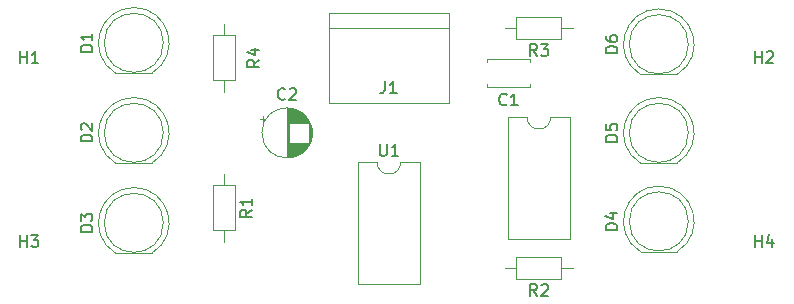
<source format=gbr>
%TF.GenerationSoftware,KiCad,Pcbnew,7.0.9*%
%TF.CreationDate,2024-01-14T11:36:33-03:00*%
%TF.ProjectId,policeLed,706f6c69-6365-44c6-9564-2e6b69636164,rev?*%
%TF.SameCoordinates,Original*%
%TF.FileFunction,Legend,Top*%
%TF.FilePolarity,Positive*%
%FSLAX46Y46*%
G04 Gerber Fmt 4.6, Leading zero omitted, Abs format (unit mm)*
G04 Created by KiCad (PCBNEW 7.0.9) date 2024-01-14 11:36:34*
%MOMM*%
%LPD*%
G01*
G04 APERTURE LIST*
%ADD10C,0.150000*%
%ADD11C,0.120000*%
G04 APERTURE END LIST*
D10*
X113548095Y-111434819D02*
X113548095Y-112244342D01*
X113548095Y-112244342D02*
X113595714Y-112339580D01*
X113595714Y-112339580D02*
X113643333Y-112387200D01*
X113643333Y-112387200D02*
X113738571Y-112434819D01*
X113738571Y-112434819D02*
X113929047Y-112434819D01*
X113929047Y-112434819D02*
X114024285Y-112387200D01*
X114024285Y-112387200D02*
X114071904Y-112339580D01*
X114071904Y-112339580D02*
X114119523Y-112244342D01*
X114119523Y-112244342D02*
X114119523Y-111434819D01*
X115119523Y-112434819D02*
X114548095Y-112434819D01*
X114833809Y-112434819D02*
X114833809Y-111434819D01*
X114833809Y-111434819D02*
X114738571Y-111577676D01*
X114738571Y-111577676D02*
X114643333Y-111672914D01*
X114643333Y-111672914D02*
X114548095Y-111720533D01*
X103324819Y-104306666D02*
X102848628Y-104639999D01*
X103324819Y-104878094D02*
X102324819Y-104878094D01*
X102324819Y-104878094D02*
X102324819Y-104497142D01*
X102324819Y-104497142D02*
X102372438Y-104401904D01*
X102372438Y-104401904D02*
X102420057Y-104354285D01*
X102420057Y-104354285D02*
X102515295Y-104306666D01*
X102515295Y-104306666D02*
X102658152Y-104306666D01*
X102658152Y-104306666D02*
X102753390Y-104354285D01*
X102753390Y-104354285D02*
X102801009Y-104401904D01*
X102801009Y-104401904D02*
X102848628Y-104497142D01*
X102848628Y-104497142D02*
X102848628Y-104878094D01*
X102658152Y-103449523D02*
X103324819Y-103449523D01*
X102277200Y-103687618D02*
X102991485Y-103925713D01*
X102991485Y-103925713D02*
X102991485Y-103306666D01*
X126833333Y-103974819D02*
X126500000Y-103498628D01*
X126261905Y-103974819D02*
X126261905Y-102974819D01*
X126261905Y-102974819D02*
X126642857Y-102974819D01*
X126642857Y-102974819D02*
X126738095Y-103022438D01*
X126738095Y-103022438D02*
X126785714Y-103070057D01*
X126785714Y-103070057D02*
X126833333Y-103165295D01*
X126833333Y-103165295D02*
X126833333Y-103308152D01*
X126833333Y-103308152D02*
X126785714Y-103403390D01*
X126785714Y-103403390D02*
X126738095Y-103451009D01*
X126738095Y-103451009D02*
X126642857Y-103498628D01*
X126642857Y-103498628D02*
X126261905Y-103498628D01*
X127166667Y-102974819D02*
X127785714Y-102974819D01*
X127785714Y-102974819D02*
X127452381Y-103355771D01*
X127452381Y-103355771D02*
X127595238Y-103355771D01*
X127595238Y-103355771D02*
X127690476Y-103403390D01*
X127690476Y-103403390D02*
X127738095Y-103451009D01*
X127738095Y-103451009D02*
X127785714Y-103546247D01*
X127785714Y-103546247D02*
X127785714Y-103784342D01*
X127785714Y-103784342D02*
X127738095Y-103879580D01*
X127738095Y-103879580D02*
X127690476Y-103927200D01*
X127690476Y-103927200D02*
X127595238Y-103974819D01*
X127595238Y-103974819D02*
X127309524Y-103974819D01*
X127309524Y-103974819D02*
X127214286Y-103927200D01*
X127214286Y-103927200D02*
X127166667Y-103879580D01*
X126833333Y-124294819D02*
X126500000Y-123818628D01*
X126261905Y-124294819D02*
X126261905Y-123294819D01*
X126261905Y-123294819D02*
X126642857Y-123294819D01*
X126642857Y-123294819D02*
X126738095Y-123342438D01*
X126738095Y-123342438D02*
X126785714Y-123390057D01*
X126785714Y-123390057D02*
X126833333Y-123485295D01*
X126833333Y-123485295D02*
X126833333Y-123628152D01*
X126833333Y-123628152D02*
X126785714Y-123723390D01*
X126785714Y-123723390D02*
X126738095Y-123771009D01*
X126738095Y-123771009D02*
X126642857Y-123818628D01*
X126642857Y-123818628D02*
X126261905Y-123818628D01*
X127214286Y-123390057D02*
X127261905Y-123342438D01*
X127261905Y-123342438D02*
X127357143Y-123294819D01*
X127357143Y-123294819D02*
X127595238Y-123294819D01*
X127595238Y-123294819D02*
X127690476Y-123342438D01*
X127690476Y-123342438D02*
X127738095Y-123390057D01*
X127738095Y-123390057D02*
X127785714Y-123485295D01*
X127785714Y-123485295D02*
X127785714Y-123580533D01*
X127785714Y-123580533D02*
X127738095Y-123723390D01*
X127738095Y-123723390D02*
X127166667Y-124294819D01*
X127166667Y-124294819D02*
X127785714Y-124294819D01*
X102704819Y-117006666D02*
X102228628Y-117339999D01*
X102704819Y-117578094D02*
X101704819Y-117578094D01*
X101704819Y-117578094D02*
X101704819Y-117197142D01*
X101704819Y-117197142D02*
X101752438Y-117101904D01*
X101752438Y-117101904D02*
X101800057Y-117054285D01*
X101800057Y-117054285D02*
X101895295Y-117006666D01*
X101895295Y-117006666D02*
X102038152Y-117006666D01*
X102038152Y-117006666D02*
X102133390Y-117054285D01*
X102133390Y-117054285D02*
X102181009Y-117101904D01*
X102181009Y-117101904D02*
X102228628Y-117197142D01*
X102228628Y-117197142D02*
X102228628Y-117578094D01*
X102704819Y-116054285D02*
X102704819Y-116625713D01*
X102704819Y-116339999D02*
X101704819Y-116339999D01*
X101704819Y-116339999D02*
X101847676Y-116435237D01*
X101847676Y-116435237D02*
X101942914Y-116530475D01*
X101942914Y-116530475D02*
X101990533Y-116625713D01*
X113966666Y-106134819D02*
X113966666Y-106849104D01*
X113966666Y-106849104D02*
X113919047Y-106991961D01*
X113919047Y-106991961D02*
X113823809Y-107087200D01*
X113823809Y-107087200D02*
X113680952Y-107134819D01*
X113680952Y-107134819D02*
X113585714Y-107134819D01*
X114966666Y-107134819D02*
X114395238Y-107134819D01*
X114680952Y-107134819D02*
X114680952Y-106134819D01*
X114680952Y-106134819D02*
X114585714Y-106277676D01*
X114585714Y-106277676D02*
X114490476Y-106372914D01*
X114490476Y-106372914D02*
X114395238Y-106420533D01*
X145288095Y-120144819D02*
X145288095Y-119144819D01*
X145288095Y-119621009D02*
X145859523Y-119621009D01*
X145859523Y-120144819D02*
X145859523Y-119144819D01*
X146764285Y-119478152D02*
X146764285Y-120144819D01*
X146526190Y-119097200D02*
X146288095Y-119811485D01*
X146288095Y-119811485D02*
X146907142Y-119811485D01*
X83058095Y-120144819D02*
X83058095Y-119144819D01*
X83058095Y-119621009D02*
X83629523Y-119621009D01*
X83629523Y-120144819D02*
X83629523Y-119144819D01*
X84010476Y-119144819D02*
X84629523Y-119144819D01*
X84629523Y-119144819D02*
X84296190Y-119525771D01*
X84296190Y-119525771D02*
X84439047Y-119525771D01*
X84439047Y-119525771D02*
X84534285Y-119573390D01*
X84534285Y-119573390D02*
X84581904Y-119621009D01*
X84581904Y-119621009D02*
X84629523Y-119716247D01*
X84629523Y-119716247D02*
X84629523Y-119954342D01*
X84629523Y-119954342D02*
X84581904Y-120049580D01*
X84581904Y-120049580D02*
X84534285Y-120097200D01*
X84534285Y-120097200D02*
X84439047Y-120144819D01*
X84439047Y-120144819D02*
X84153333Y-120144819D01*
X84153333Y-120144819D02*
X84058095Y-120097200D01*
X84058095Y-120097200D02*
X84010476Y-120049580D01*
X145288095Y-104594819D02*
X145288095Y-103594819D01*
X145288095Y-104071009D02*
X145859523Y-104071009D01*
X145859523Y-104594819D02*
X145859523Y-103594819D01*
X146288095Y-103690057D02*
X146335714Y-103642438D01*
X146335714Y-103642438D02*
X146430952Y-103594819D01*
X146430952Y-103594819D02*
X146669047Y-103594819D01*
X146669047Y-103594819D02*
X146764285Y-103642438D01*
X146764285Y-103642438D02*
X146811904Y-103690057D01*
X146811904Y-103690057D02*
X146859523Y-103785295D01*
X146859523Y-103785295D02*
X146859523Y-103880533D01*
X146859523Y-103880533D02*
X146811904Y-104023390D01*
X146811904Y-104023390D02*
X146240476Y-104594819D01*
X146240476Y-104594819D02*
X146859523Y-104594819D01*
X83058095Y-104594819D02*
X83058095Y-103594819D01*
X83058095Y-104071009D02*
X83629523Y-104071009D01*
X83629523Y-104594819D02*
X83629523Y-103594819D01*
X84629523Y-104594819D02*
X84058095Y-104594819D01*
X84343809Y-104594819D02*
X84343809Y-103594819D01*
X84343809Y-103594819D02*
X84248571Y-103737676D01*
X84248571Y-103737676D02*
X84153333Y-103832914D01*
X84153333Y-103832914D02*
X84058095Y-103880533D01*
X133654819Y-103728094D02*
X132654819Y-103728094D01*
X132654819Y-103728094D02*
X132654819Y-103489999D01*
X132654819Y-103489999D02*
X132702438Y-103347142D01*
X132702438Y-103347142D02*
X132797676Y-103251904D01*
X132797676Y-103251904D02*
X132892914Y-103204285D01*
X132892914Y-103204285D02*
X133083390Y-103156666D01*
X133083390Y-103156666D02*
X133226247Y-103156666D01*
X133226247Y-103156666D02*
X133416723Y-103204285D01*
X133416723Y-103204285D02*
X133511961Y-103251904D01*
X133511961Y-103251904D02*
X133607200Y-103347142D01*
X133607200Y-103347142D02*
X133654819Y-103489999D01*
X133654819Y-103489999D02*
X133654819Y-103728094D01*
X132654819Y-102299523D02*
X132654819Y-102489999D01*
X132654819Y-102489999D02*
X132702438Y-102585237D01*
X132702438Y-102585237D02*
X132750057Y-102632856D01*
X132750057Y-102632856D02*
X132892914Y-102728094D01*
X132892914Y-102728094D02*
X133083390Y-102775713D01*
X133083390Y-102775713D02*
X133464342Y-102775713D01*
X133464342Y-102775713D02*
X133559580Y-102728094D01*
X133559580Y-102728094D02*
X133607200Y-102680475D01*
X133607200Y-102680475D02*
X133654819Y-102585237D01*
X133654819Y-102585237D02*
X133654819Y-102394761D01*
X133654819Y-102394761D02*
X133607200Y-102299523D01*
X133607200Y-102299523D02*
X133559580Y-102251904D01*
X133559580Y-102251904D02*
X133464342Y-102204285D01*
X133464342Y-102204285D02*
X133226247Y-102204285D01*
X133226247Y-102204285D02*
X133131009Y-102251904D01*
X133131009Y-102251904D02*
X133083390Y-102299523D01*
X133083390Y-102299523D02*
X133035771Y-102394761D01*
X133035771Y-102394761D02*
X133035771Y-102585237D01*
X133035771Y-102585237D02*
X133083390Y-102680475D01*
X133083390Y-102680475D02*
X133131009Y-102728094D01*
X133131009Y-102728094D02*
X133226247Y-102775713D01*
X133654819Y-111228094D02*
X132654819Y-111228094D01*
X132654819Y-111228094D02*
X132654819Y-110989999D01*
X132654819Y-110989999D02*
X132702438Y-110847142D01*
X132702438Y-110847142D02*
X132797676Y-110751904D01*
X132797676Y-110751904D02*
X132892914Y-110704285D01*
X132892914Y-110704285D02*
X133083390Y-110656666D01*
X133083390Y-110656666D02*
X133226247Y-110656666D01*
X133226247Y-110656666D02*
X133416723Y-110704285D01*
X133416723Y-110704285D02*
X133511961Y-110751904D01*
X133511961Y-110751904D02*
X133607200Y-110847142D01*
X133607200Y-110847142D02*
X133654819Y-110989999D01*
X133654819Y-110989999D02*
X133654819Y-111228094D01*
X132654819Y-109751904D02*
X132654819Y-110228094D01*
X132654819Y-110228094D02*
X133131009Y-110275713D01*
X133131009Y-110275713D02*
X133083390Y-110228094D01*
X133083390Y-110228094D02*
X133035771Y-110132856D01*
X133035771Y-110132856D02*
X133035771Y-109894761D01*
X133035771Y-109894761D02*
X133083390Y-109799523D01*
X133083390Y-109799523D02*
X133131009Y-109751904D01*
X133131009Y-109751904D02*
X133226247Y-109704285D01*
X133226247Y-109704285D02*
X133464342Y-109704285D01*
X133464342Y-109704285D02*
X133559580Y-109751904D01*
X133559580Y-109751904D02*
X133607200Y-109799523D01*
X133607200Y-109799523D02*
X133654819Y-109894761D01*
X133654819Y-109894761D02*
X133654819Y-110132856D01*
X133654819Y-110132856D02*
X133607200Y-110228094D01*
X133607200Y-110228094D02*
X133559580Y-110275713D01*
X133654819Y-118728094D02*
X132654819Y-118728094D01*
X132654819Y-118728094D02*
X132654819Y-118489999D01*
X132654819Y-118489999D02*
X132702438Y-118347142D01*
X132702438Y-118347142D02*
X132797676Y-118251904D01*
X132797676Y-118251904D02*
X132892914Y-118204285D01*
X132892914Y-118204285D02*
X133083390Y-118156666D01*
X133083390Y-118156666D02*
X133226247Y-118156666D01*
X133226247Y-118156666D02*
X133416723Y-118204285D01*
X133416723Y-118204285D02*
X133511961Y-118251904D01*
X133511961Y-118251904D02*
X133607200Y-118347142D01*
X133607200Y-118347142D02*
X133654819Y-118489999D01*
X133654819Y-118489999D02*
X133654819Y-118728094D01*
X132988152Y-117299523D02*
X133654819Y-117299523D01*
X132607200Y-117537618D02*
X133321485Y-117775713D01*
X133321485Y-117775713D02*
X133321485Y-117156666D01*
X89204819Y-118848094D02*
X88204819Y-118848094D01*
X88204819Y-118848094D02*
X88204819Y-118609999D01*
X88204819Y-118609999D02*
X88252438Y-118467142D01*
X88252438Y-118467142D02*
X88347676Y-118371904D01*
X88347676Y-118371904D02*
X88442914Y-118324285D01*
X88442914Y-118324285D02*
X88633390Y-118276666D01*
X88633390Y-118276666D02*
X88776247Y-118276666D01*
X88776247Y-118276666D02*
X88966723Y-118324285D01*
X88966723Y-118324285D02*
X89061961Y-118371904D01*
X89061961Y-118371904D02*
X89157200Y-118467142D01*
X89157200Y-118467142D02*
X89204819Y-118609999D01*
X89204819Y-118609999D02*
X89204819Y-118848094D01*
X88204819Y-117943332D02*
X88204819Y-117324285D01*
X88204819Y-117324285D02*
X88585771Y-117657618D01*
X88585771Y-117657618D02*
X88585771Y-117514761D01*
X88585771Y-117514761D02*
X88633390Y-117419523D01*
X88633390Y-117419523D02*
X88681009Y-117371904D01*
X88681009Y-117371904D02*
X88776247Y-117324285D01*
X88776247Y-117324285D02*
X89014342Y-117324285D01*
X89014342Y-117324285D02*
X89109580Y-117371904D01*
X89109580Y-117371904D02*
X89157200Y-117419523D01*
X89157200Y-117419523D02*
X89204819Y-117514761D01*
X89204819Y-117514761D02*
X89204819Y-117800475D01*
X89204819Y-117800475D02*
X89157200Y-117895713D01*
X89157200Y-117895713D02*
X89109580Y-117943332D01*
X89204819Y-111208094D02*
X88204819Y-111208094D01*
X88204819Y-111208094D02*
X88204819Y-110969999D01*
X88204819Y-110969999D02*
X88252438Y-110827142D01*
X88252438Y-110827142D02*
X88347676Y-110731904D01*
X88347676Y-110731904D02*
X88442914Y-110684285D01*
X88442914Y-110684285D02*
X88633390Y-110636666D01*
X88633390Y-110636666D02*
X88776247Y-110636666D01*
X88776247Y-110636666D02*
X88966723Y-110684285D01*
X88966723Y-110684285D02*
X89061961Y-110731904D01*
X89061961Y-110731904D02*
X89157200Y-110827142D01*
X89157200Y-110827142D02*
X89204819Y-110969999D01*
X89204819Y-110969999D02*
X89204819Y-111208094D01*
X88300057Y-110255713D02*
X88252438Y-110208094D01*
X88252438Y-110208094D02*
X88204819Y-110112856D01*
X88204819Y-110112856D02*
X88204819Y-109874761D01*
X88204819Y-109874761D02*
X88252438Y-109779523D01*
X88252438Y-109779523D02*
X88300057Y-109731904D01*
X88300057Y-109731904D02*
X88395295Y-109684285D01*
X88395295Y-109684285D02*
X88490533Y-109684285D01*
X88490533Y-109684285D02*
X88633390Y-109731904D01*
X88633390Y-109731904D02*
X89204819Y-110303332D01*
X89204819Y-110303332D02*
X89204819Y-109684285D01*
X89204819Y-103608094D02*
X88204819Y-103608094D01*
X88204819Y-103608094D02*
X88204819Y-103369999D01*
X88204819Y-103369999D02*
X88252438Y-103227142D01*
X88252438Y-103227142D02*
X88347676Y-103131904D01*
X88347676Y-103131904D02*
X88442914Y-103084285D01*
X88442914Y-103084285D02*
X88633390Y-103036666D01*
X88633390Y-103036666D02*
X88776247Y-103036666D01*
X88776247Y-103036666D02*
X88966723Y-103084285D01*
X88966723Y-103084285D02*
X89061961Y-103131904D01*
X89061961Y-103131904D02*
X89157200Y-103227142D01*
X89157200Y-103227142D02*
X89204819Y-103369999D01*
X89204819Y-103369999D02*
X89204819Y-103608094D01*
X89204819Y-102084285D02*
X89204819Y-102655713D01*
X89204819Y-102369999D02*
X88204819Y-102369999D01*
X88204819Y-102369999D02*
X88347676Y-102465237D01*
X88347676Y-102465237D02*
X88442914Y-102560475D01*
X88442914Y-102560475D02*
X88490533Y-102655713D01*
X105513333Y-107599580D02*
X105465714Y-107647200D01*
X105465714Y-107647200D02*
X105322857Y-107694819D01*
X105322857Y-107694819D02*
X105227619Y-107694819D01*
X105227619Y-107694819D02*
X105084762Y-107647200D01*
X105084762Y-107647200D02*
X104989524Y-107551961D01*
X104989524Y-107551961D02*
X104941905Y-107456723D01*
X104941905Y-107456723D02*
X104894286Y-107266247D01*
X104894286Y-107266247D02*
X104894286Y-107123390D01*
X104894286Y-107123390D02*
X104941905Y-106932914D01*
X104941905Y-106932914D02*
X104989524Y-106837676D01*
X104989524Y-106837676D02*
X105084762Y-106742438D01*
X105084762Y-106742438D02*
X105227619Y-106694819D01*
X105227619Y-106694819D02*
X105322857Y-106694819D01*
X105322857Y-106694819D02*
X105465714Y-106742438D01*
X105465714Y-106742438D02*
X105513333Y-106790057D01*
X105894286Y-106790057D02*
X105941905Y-106742438D01*
X105941905Y-106742438D02*
X106037143Y-106694819D01*
X106037143Y-106694819D02*
X106275238Y-106694819D01*
X106275238Y-106694819D02*
X106370476Y-106742438D01*
X106370476Y-106742438D02*
X106418095Y-106790057D01*
X106418095Y-106790057D02*
X106465714Y-106885295D01*
X106465714Y-106885295D02*
X106465714Y-106980533D01*
X106465714Y-106980533D02*
X106418095Y-107123390D01*
X106418095Y-107123390D02*
X105846667Y-107694819D01*
X105846667Y-107694819D02*
X106465714Y-107694819D01*
X124273333Y-108069580D02*
X124225714Y-108117200D01*
X124225714Y-108117200D02*
X124082857Y-108164819D01*
X124082857Y-108164819D02*
X123987619Y-108164819D01*
X123987619Y-108164819D02*
X123844762Y-108117200D01*
X123844762Y-108117200D02*
X123749524Y-108021961D01*
X123749524Y-108021961D02*
X123701905Y-107926723D01*
X123701905Y-107926723D02*
X123654286Y-107736247D01*
X123654286Y-107736247D02*
X123654286Y-107593390D01*
X123654286Y-107593390D02*
X123701905Y-107402914D01*
X123701905Y-107402914D02*
X123749524Y-107307676D01*
X123749524Y-107307676D02*
X123844762Y-107212438D01*
X123844762Y-107212438D02*
X123987619Y-107164819D01*
X123987619Y-107164819D02*
X124082857Y-107164819D01*
X124082857Y-107164819D02*
X124225714Y-107212438D01*
X124225714Y-107212438D02*
X124273333Y-107260057D01*
X125225714Y-108164819D02*
X124654286Y-108164819D01*
X124940000Y-108164819D02*
X124940000Y-107164819D01*
X124940000Y-107164819D02*
X124844762Y-107307676D01*
X124844762Y-107307676D02*
X124749524Y-107402914D01*
X124749524Y-107402914D02*
X124654286Y-107450533D01*
D11*
%TO.C,U2*%
X129660000Y-109170000D02*
X128010000Y-109170000D01*
X124360000Y-109170000D02*
X124360000Y-119450000D01*
X129660000Y-119450000D02*
X129660000Y-109170000D01*
X126010000Y-109170000D02*
X124360000Y-109170000D01*
X124360000Y-119450000D02*
X129660000Y-119450000D01*
X126010000Y-109170000D02*
G75*
G03*
X128010000Y-109170000I1000000J0D01*
G01*
%TO.C,U1*%
X116960000Y-112980000D02*
X115310000Y-112980000D01*
X111660000Y-112980000D02*
X111660000Y-123260000D01*
X116960000Y-123260000D02*
X116960000Y-112980000D01*
X113310000Y-112980000D02*
X111660000Y-112980000D01*
X111660000Y-123260000D02*
X116960000Y-123260000D01*
X113310000Y-112980000D02*
G75*
G03*
X115310000Y-112980000I1000000J0D01*
G01*
%TO.C,R4*%
X100330000Y-107010000D02*
X100330000Y-106060000D01*
X99410000Y-106060000D02*
X101250000Y-106060000D01*
X100330000Y-101270000D02*
X100330000Y-102220000D01*
X101250000Y-106060000D02*
X101250000Y-102220000D01*
X99410000Y-102220000D02*
X99410000Y-106060000D01*
X101250000Y-102220000D02*
X99410000Y-102220000D01*
%TO.C,R3*%
X129870000Y-101600000D02*
X128920000Y-101600000D01*
X128920000Y-102520000D02*
X128920000Y-100680000D01*
X124130000Y-101600000D02*
X125080000Y-101600000D01*
X128920000Y-100680000D02*
X125080000Y-100680000D01*
X125080000Y-102520000D02*
X128920000Y-102520000D01*
X125080000Y-100680000D02*
X125080000Y-102520000D01*
%TO.C,R2*%
X129870000Y-121920000D02*
X128920000Y-121920000D01*
X128920000Y-122840000D02*
X128920000Y-121000000D01*
X124130000Y-121920000D02*
X125080000Y-121920000D01*
X128920000Y-121000000D02*
X125080000Y-121000000D01*
X125080000Y-122840000D02*
X128920000Y-122840000D01*
X125080000Y-121000000D02*
X125080000Y-122840000D01*
%TO.C,R1*%
X100330000Y-113970000D02*
X100330000Y-114920000D01*
X101250000Y-114920000D02*
X99410000Y-114920000D01*
X100330000Y-119710000D02*
X100330000Y-118760000D01*
X99410000Y-114920000D02*
X99410000Y-118760000D01*
X101250000Y-118760000D02*
X101250000Y-114920000D01*
X99410000Y-118760000D02*
X101250000Y-118760000D01*
%TO.C,J1*%
X119380000Y-107950000D02*
X119380000Y-100330000D01*
X109220000Y-100330000D02*
X109220000Y-107950000D01*
X109220000Y-101600000D02*
X119380000Y-101600000D01*
X119380000Y-100330000D02*
X109220000Y-100330000D01*
X109220000Y-107950000D02*
X119380000Y-107950000D01*
%TO.C,D6*%
X135615000Y-105550000D02*
X138705000Y-105550000D01*
X138704830Y-105550000D02*
G75*
G03*
X137159538Y-100000000I-1544830J2560000D01*
G01*
X137160462Y-100000001D02*
G75*
G03*
X135615170Y-105549999I-462J-2989999D01*
G01*
X139660000Y-102990000D02*
G75*
G03*
X139660000Y-102990000I-2500000J0D01*
G01*
%TO.C,D5*%
X135615000Y-113050000D02*
X138705000Y-113050000D01*
X138704830Y-113050000D02*
G75*
G03*
X137159538Y-107500000I-1544830J2560000D01*
G01*
X137160462Y-107500001D02*
G75*
G03*
X135615170Y-113049999I-462J-2989999D01*
G01*
X139660000Y-110490000D02*
G75*
G03*
X139660000Y-110490000I-2500000J0D01*
G01*
%TO.C,D4*%
X135615000Y-120550000D02*
X138705000Y-120550000D01*
X138704830Y-120550000D02*
G75*
G03*
X137159538Y-115000000I-1544830J2560000D01*
G01*
X137160462Y-115000001D02*
G75*
G03*
X135615170Y-120549999I-462J-2989999D01*
G01*
X139660000Y-117990000D02*
G75*
G03*
X139660000Y-117990000I-2500000J0D01*
G01*
%TO.C,D3*%
X91165000Y-120670000D02*
X94255000Y-120670000D01*
X94254830Y-120670000D02*
G75*
G03*
X92709538Y-115120000I-1544830J2560000D01*
G01*
X92710462Y-115120001D02*
G75*
G03*
X91165170Y-120669999I-462J-2989999D01*
G01*
X95210000Y-118110000D02*
G75*
G03*
X95210000Y-118110000I-2500000J0D01*
G01*
%TO.C,D2*%
X91165000Y-113050000D02*
X94255000Y-113050000D01*
X94254830Y-113050000D02*
G75*
G03*
X92709538Y-107500000I-1544830J2560000D01*
G01*
X92710462Y-107500001D02*
G75*
G03*
X91165170Y-113049999I-462J-2989999D01*
G01*
X95210000Y-110490000D02*
G75*
G03*
X95210000Y-110490000I-2500000J0D01*
G01*
%TO.C,D1*%
X95210000Y-102870000D02*
G75*
G03*
X95210000Y-102870000I-2500000J0D01*
G01*
X92710462Y-99880001D02*
G75*
G03*
X91165170Y-105429999I-462J-2989999D01*
G01*
X94254830Y-105430000D02*
G75*
G03*
X92709538Y-99880000I-1544830J2560000D01*
G01*
X91165000Y-105430000D02*
X94255000Y-105430000D01*
%TO.C,C2*%
X106000000Y-111330000D02*
X106000000Y-112546000D01*
X107281000Y-109139000D02*
X107281000Y-109650000D01*
X107121000Y-108974000D02*
X107121000Y-109650000D01*
X107441000Y-111330000D02*
X107441000Y-111632000D01*
X107241000Y-109094000D02*
X107241000Y-109650000D01*
X107161000Y-109012000D02*
X107161000Y-109650000D01*
X107121000Y-111330000D02*
X107121000Y-112006000D01*
X105960000Y-111330000D02*
X105960000Y-112552000D01*
X106601000Y-111330000D02*
X106601000Y-112360000D01*
X106280000Y-111330000D02*
X106280000Y-112484000D01*
X106120000Y-108456000D02*
X106120000Y-109650000D01*
X107721000Y-109953000D02*
X107721000Y-111027000D01*
X107761000Y-110120000D02*
X107761000Y-110860000D01*
X105760000Y-108411000D02*
X105760000Y-112569000D01*
X105880000Y-108419000D02*
X105880000Y-109650000D01*
X106441000Y-108550000D02*
X106441000Y-109650000D01*
X107561000Y-109550000D02*
X107561000Y-111430000D01*
X107201000Y-109052000D02*
X107201000Y-109650000D01*
X106921000Y-108810000D02*
X106921000Y-109650000D01*
X106360000Y-108522000D02*
X106360000Y-109650000D01*
X106441000Y-111330000D02*
X106441000Y-112430000D01*
X106401000Y-108536000D02*
X106401000Y-109650000D01*
X105800000Y-108413000D02*
X105800000Y-112567000D01*
X105720000Y-108410000D02*
X105720000Y-112570000D01*
X105920000Y-108423000D02*
X105920000Y-109650000D01*
X106641000Y-108639000D02*
X106641000Y-109650000D01*
X107161000Y-111330000D02*
X107161000Y-111968000D01*
X106601000Y-108620000D02*
X106601000Y-109650000D01*
X106160000Y-111330000D02*
X106160000Y-112515000D01*
X106761000Y-111330000D02*
X106761000Y-112275000D01*
X107361000Y-109236000D02*
X107361000Y-109650000D01*
X106841000Y-108755000D02*
X106841000Y-109650000D01*
X106881000Y-111330000D02*
X106881000Y-112198000D01*
X106040000Y-111330000D02*
X106040000Y-112540000D01*
X106240000Y-111330000D02*
X106240000Y-112495000D01*
X106721000Y-111330000D02*
X106721000Y-112298000D01*
X106200000Y-111330000D02*
X106200000Y-112506000D01*
X106320000Y-111330000D02*
X106320000Y-112472000D01*
X107201000Y-111330000D02*
X107201000Y-111928000D01*
X106401000Y-111330000D02*
X106401000Y-112444000D01*
X106521000Y-111330000D02*
X106521000Y-112397000D01*
X107401000Y-111330000D02*
X107401000Y-111690000D01*
X107321000Y-109186000D02*
X107321000Y-109650000D01*
X107081000Y-108938000D02*
X107081000Y-109650000D01*
X107041000Y-111330000D02*
X107041000Y-112077000D01*
X107361000Y-111330000D02*
X107361000Y-111744000D01*
X107521000Y-109477000D02*
X107521000Y-111503000D01*
X107001000Y-108871000D02*
X107001000Y-109650000D01*
X106801000Y-111330000D02*
X106801000Y-112250000D01*
X106801000Y-108730000D02*
X106801000Y-109650000D01*
X107401000Y-109290000D02*
X107401000Y-109650000D01*
X106681000Y-108660000D02*
X106681000Y-109650000D01*
X106561000Y-108601000D02*
X106561000Y-109650000D01*
X106841000Y-111330000D02*
X106841000Y-112225000D01*
X106481000Y-108566000D02*
X106481000Y-109650000D01*
X107321000Y-111330000D02*
X107321000Y-111794000D01*
X106120000Y-111330000D02*
X106120000Y-112524000D01*
X106921000Y-111330000D02*
X106921000Y-112170000D01*
X103410199Y-109295000D02*
X103810199Y-109295000D01*
X106000000Y-108434000D02*
X106000000Y-109650000D01*
X107641000Y-109722000D02*
X107641000Y-111258000D01*
X106320000Y-108508000D02*
X106320000Y-109650000D01*
X103610199Y-109095000D02*
X103610199Y-109495000D01*
X106641000Y-111330000D02*
X106641000Y-112341000D01*
X106721000Y-108682000D02*
X106721000Y-109650000D01*
X106080000Y-108448000D02*
X106080000Y-109650000D01*
X107241000Y-111330000D02*
X107241000Y-111886000D01*
X106761000Y-108705000D02*
X106761000Y-109650000D01*
X107041000Y-108903000D02*
X107041000Y-109650000D01*
X106481000Y-111330000D02*
X106481000Y-112414000D01*
X107001000Y-111330000D02*
X107001000Y-112109000D01*
X106280000Y-108496000D02*
X106280000Y-109650000D01*
X106080000Y-111330000D02*
X106080000Y-112532000D01*
X106521000Y-108583000D02*
X106521000Y-109650000D01*
X105840000Y-108416000D02*
X105840000Y-112564000D01*
X106360000Y-111330000D02*
X106360000Y-112458000D01*
X106681000Y-111330000D02*
X106681000Y-112320000D01*
X106961000Y-111330000D02*
X106961000Y-112140000D01*
X107481000Y-111330000D02*
X107481000Y-111570000D01*
X107481000Y-109410000D02*
X107481000Y-109650000D01*
X106561000Y-111330000D02*
X106561000Y-112379000D01*
X105680000Y-108410000D02*
X105680000Y-112570000D01*
X106881000Y-108782000D02*
X106881000Y-109650000D01*
X107681000Y-109826000D02*
X107681000Y-111154000D01*
X105920000Y-111330000D02*
X105920000Y-112557000D01*
X107081000Y-111330000D02*
X107081000Y-112042000D01*
X107601000Y-109631000D02*
X107601000Y-111349000D01*
X105880000Y-111330000D02*
X105880000Y-112561000D01*
X106200000Y-108474000D02*
X106200000Y-109650000D01*
X107281000Y-111330000D02*
X107281000Y-111841000D01*
X106040000Y-108440000D02*
X106040000Y-109650000D01*
X107441000Y-109348000D02*
X107441000Y-109650000D01*
X106160000Y-108465000D02*
X106160000Y-109650000D01*
X106961000Y-108840000D02*
X106961000Y-109650000D01*
X106240000Y-108485000D02*
X106240000Y-109650000D01*
X105960000Y-108428000D02*
X105960000Y-109650000D01*
X107800000Y-110490000D02*
G75*
G03*
X107800000Y-110490000I-2120000J0D01*
G01*
%TO.C,C1*%
X126260000Y-106580000D02*
X126260000Y-106335000D01*
X122620000Y-106580000D02*
X122620000Y-106335000D01*
X122620000Y-104485000D02*
X122620000Y-104240000D01*
X126260000Y-104485000D02*
X126260000Y-104240000D01*
X126260000Y-104240000D02*
X122620000Y-104240000D01*
X126260000Y-106580000D02*
X122620000Y-106580000D01*
%TD*%
M02*

</source>
